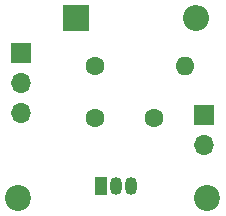
<source format=gts>
G04 #@! TF.GenerationSoftware,KiCad,Pcbnew,8.0.4*
G04 #@! TF.CreationDate,2024-08-04T13:10:16-04:00*
G04 #@! TF.ProjectId,WormshakerPCB,576f726d-7368-4616-9b65-725043422e6b,rev?*
G04 #@! TF.SameCoordinates,Original*
G04 #@! TF.FileFunction,Soldermask,Top*
G04 #@! TF.FilePolarity,Negative*
%FSLAX46Y46*%
G04 Gerber Fmt 4.6, Leading zero omitted, Abs format (unit mm)*
G04 Created by KiCad (PCBNEW 8.0.4) date 2024-08-04 13:10:16*
%MOMM*%
%LPD*%
G01*
G04 APERTURE LIST*
%ADD10C,1.600000*%
%ADD11R,2.200000X2.200000*%
%ADD12O,2.200000X2.200000*%
%ADD13O,1.600000X1.600000*%
%ADD14O,1.700000X1.700000*%
%ADD15R,1.700000X1.700000*%
%ADD16R,1.050000X1.500000*%
%ADD17O,1.050000X1.500000*%
%ADD18C,2.200000*%
G04 APERTURE END LIST*
D10*
X148500000Y-91250000D03*
X153500000Y-91250000D03*
D11*
X146837600Y-82750000D03*
D12*
X156997600Y-82750000D03*
D10*
X148500000Y-86866200D03*
D13*
X156120000Y-86866200D03*
D14*
X157750000Y-93540000D03*
D15*
X157750000Y-91000000D03*
D16*
X148980000Y-97000000D03*
D17*
X150250000Y-97000000D03*
X151520000Y-97000000D03*
D14*
X142250000Y-90830000D03*
X142250000Y-88290000D03*
D15*
X142250000Y-85750000D03*
D18*
X142000000Y-98000000D03*
X158000000Y-98000000D03*
M02*

</source>
